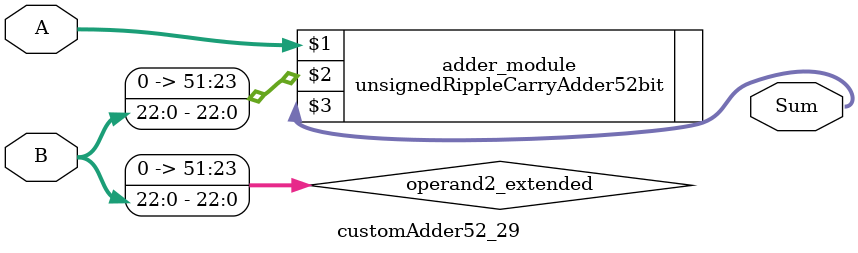
<source format=v>
module customAdder52_29(
                        input [51 : 0] A,
                        input [22 : 0] B,
                        
                        output [52 : 0] Sum
                );

        wire [51 : 0] operand2_extended;
        
        assign operand2_extended =  {29'b0, B};
        
        unsignedRippleCarryAdder52bit adder_module(
            A,
            operand2_extended,
            Sum
        );
        
        endmodule
        
</source>
